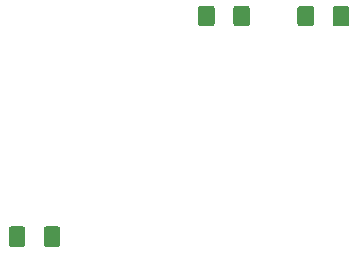
<source format=gbr>
G04 #@! TF.GenerationSoftware,KiCad,Pcbnew,(5.1.6)-1*
G04 #@! TF.CreationDate,2020-08-20T21:44:59-05:00*
G04 #@! TF.ProjectId,ControlBoardT4_28PinSound_Power,436f6e74-726f-46c4-926f-61726454345f,rev?*
G04 #@! TF.SameCoordinates,Original*
G04 #@! TF.FileFunction,Paste,Top*
G04 #@! TF.FilePolarity,Positive*
%FSLAX46Y46*%
G04 Gerber Fmt 4.6, Leading zero omitted, Abs format (unit mm)*
G04 Created by KiCad (PCBNEW (5.1.6)-1) date 2020-08-20 21:44:59*
%MOMM*%
%LPD*%
G01*
G04 APERTURE LIST*
G04 APERTURE END LIST*
G36*
G01*
X119683500Y-92636500D02*
X119683500Y-91386500D01*
G75*
G02*
X119933500Y-91136500I250000J0D01*
G01*
X120858500Y-91136500D01*
G75*
G02*
X121108500Y-91386500I0J-250000D01*
G01*
X121108500Y-92636500D01*
G75*
G02*
X120858500Y-92886500I-250000J0D01*
G01*
X119933500Y-92886500D01*
G75*
G02*
X119683500Y-92636500I0J250000D01*
G01*
G37*
G36*
G01*
X122658500Y-92636500D02*
X122658500Y-91386500D01*
G75*
G02*
X122908500Y-91136500I250000J0D01*
G01*
X123833500Y-91136500D01*
G75*
G02*
X124083500Y-91386500I0J-250000D01*
G01*
X124083500Y-92636500D01*
G75*
G02*
X123833500Y-92886500I-250000J0D01*
G01*
X122908500Y-92886500D01*
G75*
G02*
X122658500Y-92636500I0J250000D01*
G01*
G37*
G36*
G01*
X144140500Y-73967500D02*
X144140500Y-72717500D01*
G75*
G02*
X144390500Y-72467500I250000J0D01*
G01*
X145315500Y-72467500D01*
G75*
G02*
X145565500Y-72717500I0J-250000D01*
G01*
X145565500Y-73967500D01*
G75*
G02*
X145315500Y-74217500I-250000J0D01*
G01*
X144390500Y-74217500D01*
G75*
G02*
X144140500Y-73967500I0J250000D01*
G01*
G37*
G36*
G01*
X147115500Y-73967500D02*
X147115500Y-72717500D01*
G75*
G02*
X147365500Y-72467500I250000J0D01*
G01*
X148290500Y-72467500D01*
G75*
G02*
X148540500Y-72717500I0J-250000D01*
G01*
X148540500Y-73967500D01*
G75*
G02*
X148290500Y-74217500I-250000J0D01*
G01*
X147365500Y-74217500D01*
G75*
G02*
X147115500Y-73967500I0J250000D01*
G01*
G37*
G36*
G01*
X138697000Y-73967500D02*
X138697000Y-72717500D01*
G75*
G02*
X138947000Y-72467500I250000J0D01*
G01*
X139872000Y-72467500D01*
G75*
G02*
X140122000Y-72717500I0J-250000D01*
G01*
X140122000Y-73967500D01*
G75*
G02*
X139872000Y-74217500I-250000J0D01*
G01*
X138947000Y-74217500D01*
G75*
G02*
X138697000Y-73967500I0J250000D01*
G01*
G37*
G36*
G01*
X135722000Y-73967500D02*
X135722000Y-72717500D01*
G75*
G02*
X135972000Y-72467500I250000J0D01*
G01*
X136897000Y-72467500D01*
G75*
G02*
X137147000Y-72717500I0J-250000D01*
G01*
X137147000Y-73967500D01*
G75*
G02*
X136897000Y-74217500I-250000J0D01*
G01*
X135972000Y-74217500D01*
G75*
G02*
X135722000Y-73967500I0J250000D01*
G01*
G37*
M02*

</source>
